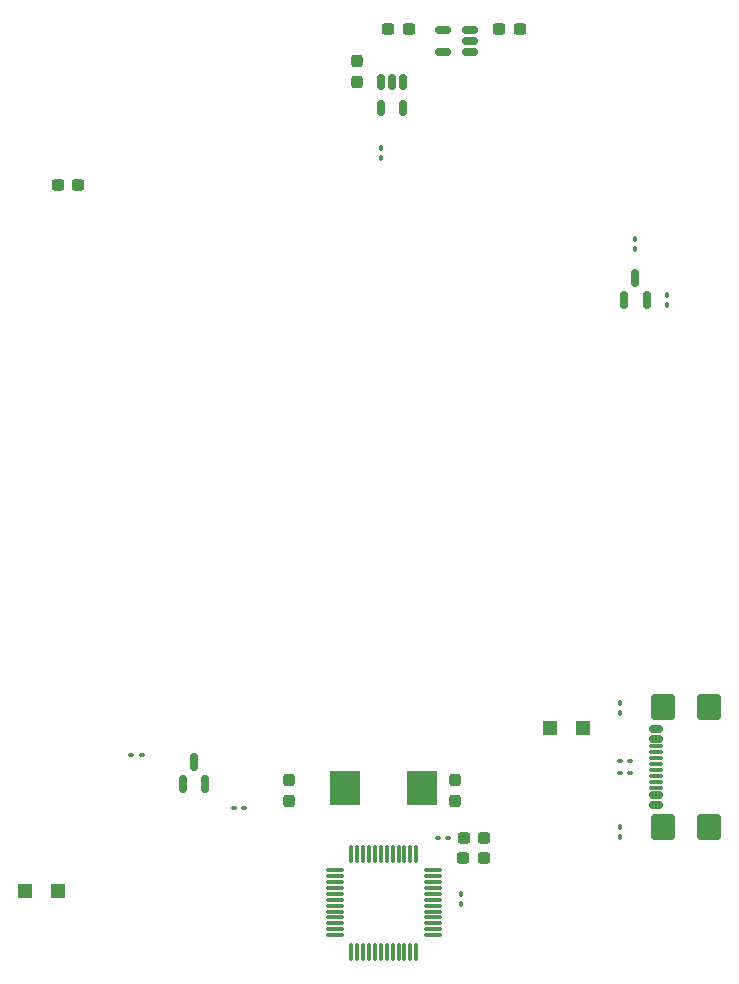
<source format=gbr>
%TF.GenerationSoftware,KiCad,Pcbnew,8.0.2*%
%TF.CreationDate,2024-06-07T17:43:04+02:00*%
%TF.ProjectId,interruptus,696e7465-7272-4757-9074-75732e6b6963,rev?*%
%TF.SameCoordinates,Original*%
%TF.FileFunction,Paste,Bot*%
%TF.FilePolarity,Positive*%
%FSLAX46Y46*%
G04 Gerber Fmt 4.6, Leading zero omitted, Abs format (unit mm)*
G04 Created by KiCad (PCBNEW 8.0.2) date 2024-06-07 17:43:04*
%MOMM*%
%LPD*%
G01*
G04 APERTURE LIST*
G04 Aperture macros list*
%AMRoundRect*
0 Rectangle with rounded corners*
0 $1 Rounding radius*
0 $2 $3 $4 $5 $6 $7 $8 $9 X,Y pos of 4 corners*
0 Add a 4 corners polygon primitive as box body*
4,1,4,$2,$3,$4,$5,$6,$7,$8,$9,$2,$3,0*
0 Add four circle primitives for the rounded corners*
1,1,$1+$1,$2,$3*
1,1,$1+$1,$4,$5*
1,1,$1+$1,$6,$7*
1,1,$1+$1,$8,$9*
0 Add four rect primitives between the rounded corners*
20,1,$1+$1,$2,$3,$4,$5,0*
20,1,$1+$1,$4,$5,$6,$7,0*
20,1,$1+$1,$6,$7,$8,$9,0*
20,1,$1+$1,$8,$9,$2,$3,0*%
G04 Aperture macros list end*
%ADD10RoundRect,0.150000X-0.425000X0.150000X-0.425000X-0.150000X0.425000X-0.150000X0.425000X0.150000X0*%
%ADD11RoundRect,0.075000X-0.500000X0.075000X-0.500000X-0.075000X0.500000X-0.075000X0.500000X0.075000X0*%
%ADD12RoundRect,0.250000X-0.750000X0.840000X-0.750000X-0.840000X0.750000X-0.840000X0.750000X0.840000X0*%
%ADD13RoundRect,0.150000X-0.150000X0.512500X-0.150000X-0.512500X0.150000X-0.512500X0.150000X0.512500X0*%
%ADD14R,1.200000X1.200000*%
%ADD15RoundRect,0.090000X-0.139000X-0.090000X0.139000X-0.090000X0.139000X0.090000X-0.139000X0.090000X0*%
%ADD16RoundRect,0.090000X-0.090000X0.139000X-0.090000X-0.139000X0.090000X-0.139000X0.090000X0.139000X0*%
%ADD17RoundRect,0.150000X0.150000X-0.587500X0.150000X0.587500X-0.150000X0.587500X-0.150000X-0.587500X0*%
%ADD18RoundRect,0.150000X0.512500X0.150000X-0.512500X0.150000X-0.512500X-0.150000X0.512500X-0.150000X0*%
%ADD19RoundRect,0.237500X0.237500X-0.300000X0.237500X0.300000X-0.237500X0.300000X-0.237500X-0.300000X0*%
%ADD20R,2.500000X3.000000*%
%ADD21RoundRect,0.075000X0.662500X0.075000X-0.662500X0.075000X-0.662500X-0.075000X0.662500X-0.075000X0*%
%ADD22RoundRect,0.075000X0.075000X0.662500X-0.075000X0.662500X-0.075000X-0.662500X0.075000X-0.662500X0*%
%ADD23RoundRect,0.237500X0.300000X0.237500X-0.300000X0.237500X-0.300000X-0.237500X0.300000X-0.237500X0*%
%ADD24RoundRect,0.090000X0.090000X-0.139000X0.090000X0.139000X-0.090000X0.139000X-0.090000X-0.139000X0*%
G04 APERTURE END LIST*
D10*
%TO.C,J3*%
X142070000Y-119800000D03*
X142070000Y-120600000D03*
D11*
X142070000Y-121750000D03*
X142070000Y-122750000D03*
X142070000Y-123250000D03*
X142070000Y-124250000D03*
D10*
X142070000Y-126200000D03*
X142070000Y-125400000D03*
D11*
X142070000Y-124750000D03*
X142070000Y-123750000D03*
X142070000Y-122250000D03*
X142070000Y-121250000D03*
D12*
X142645000Y-117890000D03*
X146575000Y-117890000D03*
X142645000Y-128110000D03*
X146575000Y-128110000D03*
%TD*%
D13*
%TO.C,U2*%
X118750000Y-64975000D03*
X119700000Y-64975000D03*
X120650000Y-64975000D03*
X120650000Y-67250000D03*
X118750000Y-67250000D03*
%TD*%
D14*
%TO.C,D2*%
X91400000Y-133500000D03*
X88600000Y-133500000D03*
%TD*%
D15*
%TO.C,R2*%
X97635000Y-122000000D03*
X98500000Y-122000000D03*
%TD*%
D16*
%TO.C,R1*%
X140250000Y-78317500D03*
X140250000Y-79182500D03*
%TD*%
D17*
%TO.C,Q1*%
X141250000Y-83500000D03*
X139350000Y-83500000D03*
X140300000Y-81625000D03*
%TD*%
D18*
%TO.C,U3*%
X126275000Y-60600000D03*
X126275000Y-61550000D03*
X126275000Y-62500000D03*
X124000000Y-62500000D03*
X124000000Y-60600000D03*
%TD*%
D15*
%TO.C,R8*%
X139000000Y-123500000D03*
X139865000Y-123500000D03*
%TD*%
D19*
%TO.C,C5*%
X111000000Y-125862500D03*
X111000000Y-124137500D03*
%TD*%
D20*
%TO.C,Y1*%
X115750000Y-124775000D03*
X122250000Y-124775000D03*
%TD*%
D19*
%TO.C,C3*%
X116750000Y-64975000D03*
X116750000Y-63250000D03*
%TD*%
D21*
%TO.C,U4*%
X123162500Y-131750000D03*
X123162500Y-132250000D03*
X123162500Y-132750000D03*
X123162500Y-133250000D03*
X123162500Y-133750000D03*
X123162500Y-134250000D03*
X123162500Y-134750000D03*
X123162500Y-135250000D03*
X123162500Y-135750000D03*
X123162500Y-136250000D03*
X123162500Y-136750000D03*
X123162500Y-137250000D03*
D22*
X121750000Y-138662500D03*
X121250000Y-138662500D03*
X120750000Y-138662500D03*
X120250000Y-138662500D03*
X119750000Y-138662500D03*
X119250000Y-138662500D03*
X118750000Y-138662500D03*
X118250000Y-138662500D03*
X117750000Y-138662500D03*
X117250000Y-138662500D03*
X116750000Y-138662500D03*
X116250000Y-138662500D03*
D21*
X114837500Y-137250000D03*
X114837500Y-136750000D03*
X114837500Y-136250000D03*
X114837500Y-135750000D03*
X114837500Y-135250000D03*
X114837500Y-134750000D03*
X114837500Y-134250000D03*
X114837500Y-133750000D03*
X114837500Y-133250000D03*
X114837500Y-132750000D03*
X114837500Y-132250000D03*
X114837500Y-131750000D03*
D22*
X116250000Y-130337500D03*
X116750000Y-130337500D03*
X117250000Y-130337500D03*
X117750000Y-130337500D03*
X118250000Y-130337500D03*
X118750000Y-130337500D03*
X119250000Y-130337500D03*
X119750000Y-130337500D03*
X120250000Y-130337500D03*
X120750000Y-130337500D03*
X121250000Y-130337500D03*
X121750000Y-130337500D03*
%TD*%
D23*
%TO.C,C1*%
X93112500Y-73750000D03*
X91387500Y-73750000D03*
%TD*%
D16*
%TO.C,R6*%
X139000000Y-117567500D03*
X139000000Y-118432500D03*
%TD*%
D15*
%TO.C,R4*%
X106317500Y-126500000D03*
X107182500Y-126500000D03*
%TD*%
D16*
%TO.C,R10*%
X125500000Y-133750000D03*
X125500000Y-134615000D03*
%TD*%
%TO.C,R3*%
X143000000Y-83067500D03*
X143000000Y-83932500D03*
%TD*%
D23*
%TO.C,C2*%
X130500000Y-60550000D03*
X128775000Y-60550000D03*
%TD*%
D16*
%TO.C,R5*%
X118750000Y-70567500D03*
X118750000Y-71432500D03*
%TD*%
D19*
%TO.C,C6*%
X125000000Y-125862500D03*
X125000000Y-124137500D03*
%TD*%
D17*
%TO.C,Q2*%
X103887500Y-124437500D03*
X101987500Y-124437500D03*
X102937500Y-122562500D03*
%TD*%
D23*
%TO.C,C7*%
X127475000Y-130750000D03*
X125750000Y-130750000D03*
%TD*%
%TO.C,C8*%
X127500000Y-129000000D03*
X125775000Y-129000000D03*
%TD*%
D14*
%TO.C,D1*%
X133100000Y-119750000D03*
X135900000Y-119750000D03*
%TD*%
D24*
%TO.C,R7*%
X139000000Y-128932500D03*
X139000000Y-128067500D03*
%TD*%
D15*
%TO.C,R9*%
X139000000Y-122500000D03*
X139865000Y-122500000D03*
%TD*%
D23*
%TO.C,C4*%
X121112500Y-60500000D03*
X119387500Y-60500000D03*
%TD*%
D15*
%TO.C,R11*%
X123567500Y-129000000D03*
X124432500Y-129000000D03*
%TD*%
M02*

</source>
